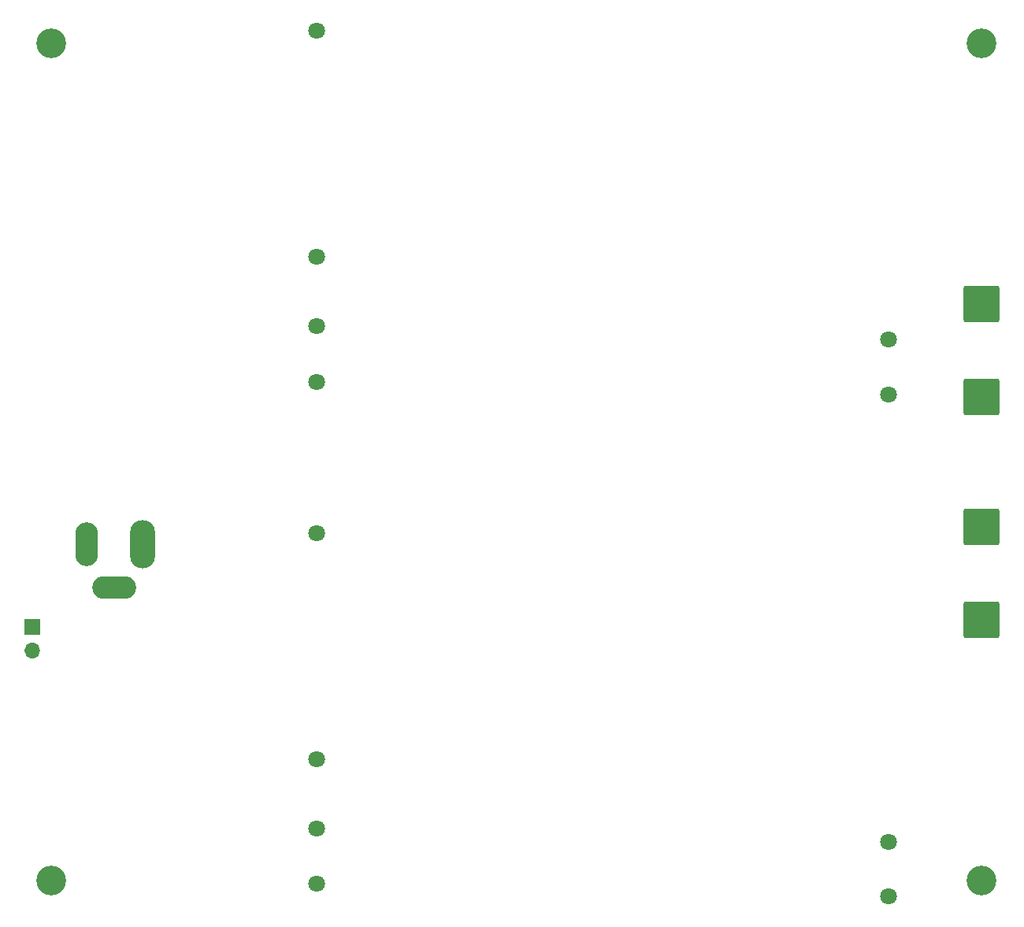
<source format=gbs>
G04 #@! TF.GenerationSoftware,KiCad,Pcbnew,7.0.7*
G04 #@! TF.CreationDate,2024-01-03T18:51:49-05:00*
G04 #@! TF.ProjectId,sunlight_pcb,73756e6c-6967-4687-945f-7063622e6b69,rev?*
G04 #@! TF.SameCoordinates,Original*
G04 #@! TF.FileFunction,Soldermask,Bot*
G04 #@! TF.FilePolarity,Negative*
%FSLAX46Y46*%
G04 Gerber Fmt 4.6, Leading zero omitted, Abs format (unit mm)*
G04 Created by KiCad (PCBNEW 7.0.7) date 2024-01-03 18:51:49*
%MOMM*%
%LPD*%
G01*
G04 APERTURE LIST*
G04 Aperture macros list*
%AMRoundRect*
0 Rectangle with rounded corners*
0 $1 Rounding radius*
0 $2 $3 $4 $5 $6 $7 $8 $9 X,Y pos of 4 corners*
0 Add a 4 corners polygon primitive as box body*
4,1,4,$2,$3,$4,$5,$6,$7,$8,$9,$2,$3,0*
0 Add four circle primitives for the rounded corners*
1,1,$1+$1,$2,$3*
1,1,$1+$1,$4,$5*
1,1,$1+$1,$6,$7*
1,1,$1+$1,$8,$9*
0 Add four rect primitives between the rounded corners*
20,1,$1+$1,$2,$3,$4,$5,0*
20,1,$1+$1,$4,$5,$6,$7,0*
20,1,$1+$1,$6,$7,$8,$9,0*
20,1,$1+$1,$8,$9,$2,$3,0*%
G04 Aperture macros list end*
%ADD10C,3.200000*%
%ADD11RoundRect,0.250002X-1.699998X-1.699998X1.699998X-1.699998X1.699998X1.699998X-1.699998X1.699998X0*%
%ADD12RoundRect,0.250002X1.699998X1.699998X-1.699998X1.699998X-1.699998X-1.699998X1.699998X-1.699998X0*%
%ADD13C,1.803400*%
%ADD14O,1.700000X1.700000*%
%ADD15R,1.700000X1.700000*%
%ADD16O,4.704000X2.454000*%
%ADD17O,2.454000X4.704000*%
%ADD18O,2.704000X5.204000*%
G04 APERTURE END LIST*
D10*
X86500000Y-45000000D03*
X86500000Y-135000000D03*
X186500000Y-135000000D03*
X186500000Y-45000000D03*
D11*
X186500000Y-107000000D03*
X186500000Y-97000000D03*
D12*
X186500000Y-83000000D03*
X186500000Y-73000000D03*
D13*
X176499997Y-130835101D03*
X176499997Y-136735101D03*
X115099997Y-135385101D03*
X115099997Y-129385101D03*
X115099997Y-121935100D03*
X115099997Y-97635101D03*
D14*
X84500000Y-110265000D03*
D15*
X84500000Y-107725000D03*
D16*
X93312500Y-103525000D03*
D17*
X90312500Y-98825000D03*
D18*
X96312500Y-98825000D03*
D13*
X176499997Y-76835101D03*
X176499997Y-82735101D03*
X115099997Y-81385101D03*
X115099997Y-75385101D03*
X115099997Y-67935100D03*
X115099997Y-43635101D03*
M02*

</source>
